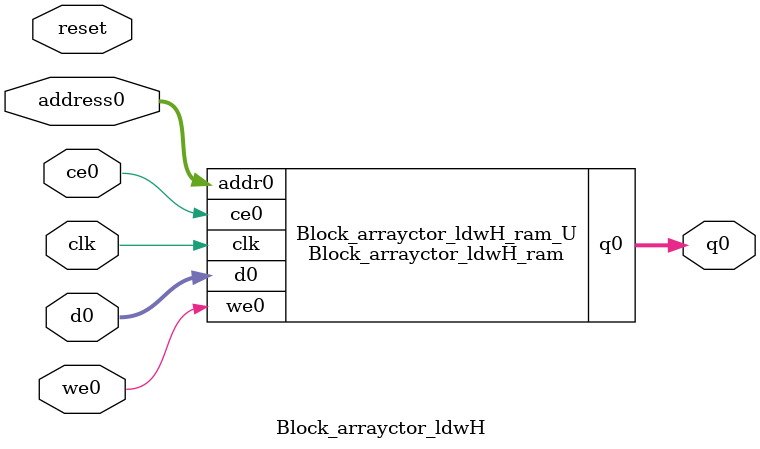
<source format=v>
`timescale 1 ns / 1 ps
module Block_arrayctor_ldwH_ram (addr0, ce0, d0, we0, q0,  clk);

parameter DWIDTH = 16;
parameter AWIDTH = 22;
parameter MEM_SIZE = 3276800;

input[AWIDTH-1:0] addr0;
input ce0;
input[DWIDTH-1:0] d0;
input we0;
output wire[DWIDTH-1:0] q0;
input clk;

(* ram_style = "block" *)reg [DWIDTH-1:0] ram[0:MEM_SIZE-1];
wire [AWIDTH-1:0] addr0_t0; 
reg [AWIDTH-1:0] addr0_t1; 
wire [DWIDTH-1:0] d0_t0; 
wire we0_t0; 
reg [DWIDTH-1:0] d0_t1; 
reg we0_t1; 
reg [DWIDTH-1:0] q0_t0;
reg [DWIDTH-1:0] q0_t1;


assign addr0_t0 = addr0;
assign d0_t0 = d0;
assign we0_t0 = we0;
assign q0 = q0_t1;

always @(posedge clk)  
begin
    if (ce0) 
    begin
        addr0_t1 <= addr0_t0; 
        d0_t1 <= d0_t0;
        we0_t1 <= we0_t0;
        q0_t1 <= q0_t0;
    end
end


always @(posedge clk)  
begin 
    if (ce0) begin
        if (we0_t1) 
            ram[addr0_t1] <= d0_t1; 
        q0_t0 <= ram[addr0_t1];
    end
end


endmodule

`timescale 1 ns / 1 ps
module Block_arrayctor_ldwH(
    reset,
    clk,
    address0,
    ce0,
    we0,
    d0,
    q0);

parameter DataWidth = 32'd16;
parameter AddressRange = 32'd3276800;
parameter AddressWidth = 32'd22;
input reset;
input clk;
input[AddressWidth - 1:0] address0;
input ce0;
input we0;
input[DataWidth - 1:0] d0;
output[DataWidth - 1:0] q0;



Block_arrayctor_ldwH_ram Block_arrayctor_ldwH_ram_U(
    .clk( clk ),
    .addr0( address0 ),
    .ce0( ce0 ),
    .we0( we0 ),
    .d0( d0 ),
    .q0( q0 ));

endmodule


</source>
